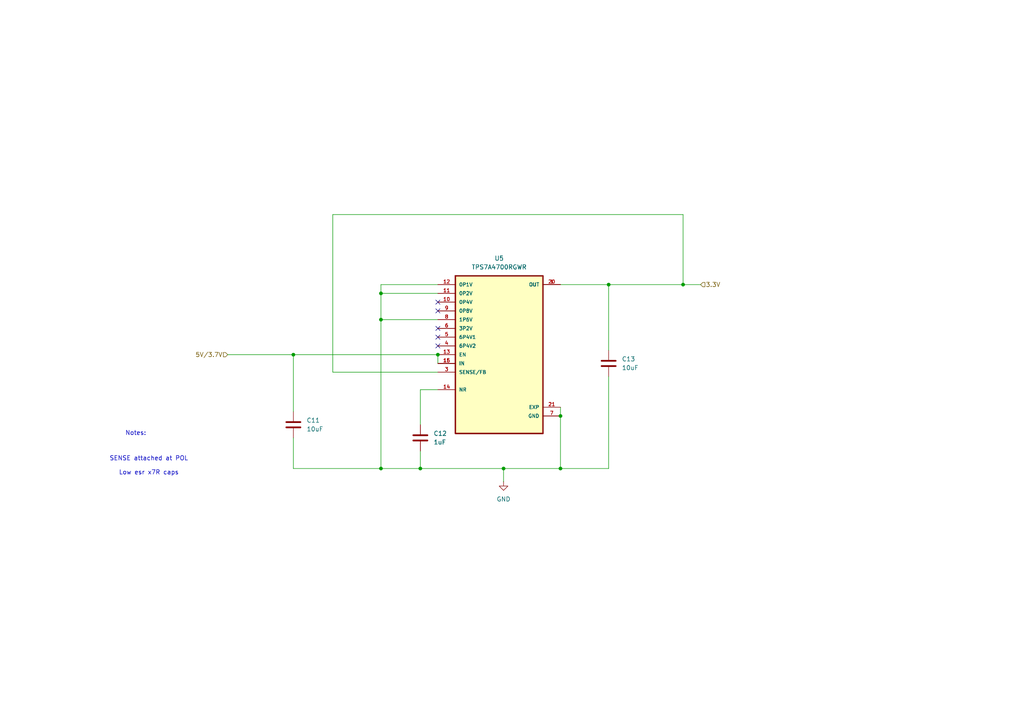
<source format=kicad_sch>
(kicad_sch (version 20250114) (generator "eeschema") (generator_version "9.0")
  (paper "A4")
  (title_block (title "5V/3.7V -> 3.3V Linear Regulator ") (date "2025-07-29") (company "California Strawberry Commission"))
  (lib_symbols
    (symbol "Device:C" (pin_numbers (hide yes)) (pin_names (offset 0.254))
      (property "Reference" "C" (at 0.635 2.54 0))
      (property "Value" "C" (at 0.635 -2.54 0))
      (symbol "C_0_1"
        (polyline (pts (xy -2.032 0.762) (xy 2.032 0.762)) (stroke (width 0.508)))
        (polyline (pts (xy -2.032 -0.762) (xy 2.032 -0.762)) (stroke (width 0.508)))
      )
      (symbol "C_1_1"
        (pin passive line (at 0 3.81 270) (length 2.794) (name "~") (number "1"))
        (pin passive line (at 0 -3.81 90) (length 2.794) (name "~") (number "2"))
      )
    )
    (symbol "LDO:TPS7A4700RGWR" (pin_names (offset 1.016))
      (property "Reference" "U" (at -12.7 23.86 0))
      (property "Value" "TPS7A4700RGWR" (at -12.7 -26.86 0))
      (symbol "TPS7A4700RGWR_0_0"
        (rectangle (start -12.7 -22.86) (end 12.7 22.86) (stroke (width 0.41)) (fill (type background)))
        (pin input line (at -17.78 20.32 0) (length 5.08) (name "0P1V") (number "12"))
        (pin input line (at -17.78 17.78 0) (length 5.08) (name "0P2V") (number "11"))
        (pin input line (at -17.78 15.24 0) (length 5.08) (name "0P4V") (number "10"))
        (pin input line (at -17.78 12.7 0) (length 5.08) (name "0P8V") (number "9"))
        (pin input line (at -17.78 10.16 0) (length 5.08) (name "1P6V") (number "8"))
        (pin input line (at -17.78 7.62 0) (length 5.08) (name "3P2V") (number "6"))
        (pin input line (at -17.78 5.08 0) (length 5.08) (name "6P4V1") (number "5"))
        (pin input line (at -17.78 2.54 0) (length 5.08) (name "6P4V2") (number "4"))
        (pin input line (at -17.78 0 0) (length 5.08) (name "EN") (number "13"))
        (pin input line (at -17.78 -2.54 0) (length 5.08) (name "IN") (number "15"))
        (pin input line (at -17.78 -2.54 0) (length 5.08) (name "IN") (number "16"))
        (pin input line (at -17.78 -5.08 0) (length 5.08) (name "SENSE/FB") (number "3"))
        (pin bidirectional line (at -17.78 -10.16 0) (length 5.08) (name "NR") (number "14"))
        (pin output line (at 17.78 20.32 180) (length 5.08) (name "OUT") (number "1"))
        (pin output line (at 17.78 20.32 180) (length 5.08) (name "OUT") (number "20"))
        (pin power_in line (at 17.78 -15.24 180) (length 5.08) (name "EXP") (number "21"))
        (pin power_in line (at 17.78 -17.78 180) (length 5.08) (name "GND") (number "7"))
      )
    )
    (symbol "power:GND" (power) (pin_numbers (hide yes)) (pin_names (offset 0) (hide yes))
      (property "Value" "GND" (at 0 -3.81 0))
      (symbol "GND_0_1"
        (polyline (pts (xy 0 0) (xy 0 -1.27) (xy 1.27 -1.27) (xy 0 -2.54) (xy -1.27 -1.27) (xy 0 -1.27)))
      )
      (symbol "GND_1_1"
        (pin power_in line (at 0 0 270) (length 0) (name "~") (number "1"))
      )
    )
  )
  (text "Notes:" (at 39.37 125.73 0) (effects (font (size 1.27 1.27))))
  (text "SENSE attached at POL\n\nLow esr x7R caps\n" (at 43.18 135.128 0) (effects (font (size 1.27 1.27))))
  (junction (at 198.12 82.55))
  (junction (at 110.49 92.71))
  (junction (at 121.92 135.89))
  (junction (at 85.09 102.87))
  (junction (at 110.49 135.89))
  (junction (at 162.56 120.65))
  (junction (at 127 102.87))
  (junction (at 162.56 135.89))
  (junction (at 110.49 85.09))
  (junction (at 146.05 135.89))
  (junction (at 176.53 82.55))
  (no_connect (at 127 95.25))
  (no_connect (at 127 87.63))
  (no_connect (at 127 97.79))
  (no_connect (at 127 100.33))
  (no_connect (at 127 90.17))
  (wire (pts (xy 85.09 135.89) (xy 110.49 135.89)))
  (wire (pts (xy 110.49 82.55) (xy 110.49 85.09)))
  (wire (pts (xy 121.92 135.89) (xy 146.05 135.89)))
  (wire (pts (xy 110.49 92.71) (xy 110.49 135.89)))
  (wire (pts (xy 85.09 102.87) (xy 85.09 119.38)))
  (wire (pts (xy 176.53 135.89) (xy 162.56 135.89)))
  (wire (pts (xy 96.52 62.23) (xy 198.12 62.23)))
  (wire (pts (xy 176.53 82.55) (xy 198.12 82.55)))
  (wire (pts (xy 127 102.87) (xy 85.09 102.87)))
  (wire (pts (xy 127 102.87) (xy 127 105.41)))
  (wire (pts (xy 110.49 85.09) (xy 127 85.09)))
  (wire (pts (xy 198.12 82.55) (xy 203.2 82.55)))
  (wire (pts (xy 198.12 62.23) (xy 198.12 82.55)))
  (wire (pts (xy 162.56 120.65) (xy 162.56 135.89)))
  (wire (pts (xy 85.09 127) (xy 85.09 135.89)))
  (wire (pts (xy 162.56 118.11) (xy 162.56 120.65)))
  (wire (pts (xy 85.09 102.87) (xy 66.04 102.87)))
  (wire (pts (xy 176.53 82.55) (xy 176.53 101.6)))
  (wire (pts (xy 127 113.03) (xy 121.92 113.03)))
  (wire (pts (xy 176.53 109.22) (xy 176.53 135.89)))
  (wire (pts (xy 110.49 85.09) (xy 110.49 92.71)))
  (wire (pts (xy 162.56 82.55) (xy 176.53 82.55)))
  (wire (pts (xy 146.05 135.89) (xy 146.05 139.7)))
  (wire (pts (xy 110.49 92.71) (xy 127 92.71)))
  (wire (pts (xy 146.05 135.89) (xy 162.56 135.89)))
  (wire (pts (xy 96.52 107.95) (xy 96.52 62.23)))
  (wire (pts (xy 121.92 130.81) (xy 121.92 135.89)))
  (wire (pts (xy 127 107.95) (xy 96.52 107.95)))
  (wire (pts (xy 121.92 113.03) (xy 121.92 123.19)))
  (wire (pts (xy 110.49 135.89) (xy 121.92 135.89)))
  (wire (pts (xy 127 82.55) (xy 110.49 82.55)))
  (hierarchical_label "5V{slash}3.7V" (shape input) (at 66.04 102.87 180))
  (hierarchical_label "3.3V" (shape input) (at 203.2 82.55 0))
  (symbol (lib_id "Device:C") (at 121.92 127 0) (unit 1)
    (property "Reference" "C12" (at 125.73 125.7299 0) (effects (justify left)))
    (property "Value" "1uF" (at 125.73 128.2699 0) (effects (justify left)))
    (property "Description" "Unpolarized capacitor" (effects (hide yes)))
  )
  (symbol (lib_id "Device:C") (at 176.53 105.41 0) (unit 1)
    (property "Reference" "C13" (at 180.34 104.1399 0) (effects (justify left)))
    (property "Value" "10uF" (at 180.34 106.6799 0) (effects (justify left)))
    (property "Description" "Unpolarized capacitor" (effects (hide yes)))
  )
  (symbol (lib_id "power:GND") (at 146.05 139.7 0) (unit 1)
    (property "Reference" "#PWR019" (effects (hide yes)))
    (property "Value" "GND" (at 146.05 144.78 0))
    (property "Description" "Power symbol creates a global label with name \"GND\" , ground" (effects (hide yes)))
  )
  (symbol (lib_id "Device:C") (at 85.09 123.19 0) (unit 1)
    (property "Reference" "C11" (at 88.9 121.9199 0) (effects (justify left)))
    (property "Value" "10uF" (at 88.9 124.4599 0) (effects (justify left)))
    (property "Description" "Unpolarized capacitor" (effects (hide yes)))
  )
  (symbol (lib_id "LDO:TPS7A4700RGWR") (at 144.78 102.87 0) (unit 1)
    (property "Reference" "U5" (at 144.78 74.93 0))
    (property "Value" "TPS7A4700RGWR" (at 144.78 77.47 0))
    (property "Footprint" "footprints:QFN65P500X500X100-21N" (effects (hide yes)))
    (property "MF" "Texas Instruments" (effects (hide yes)))
    (property "Description_1" "1-A, 36-V, low-noise, high-PSRR, low-dropout voltage regulator with enable" (effects (hide yes)))
    (property "Package" "VQFN-20 Texas Instruments" (effects (hide yes)))
    (property "Price" "None" (effects (hide yes)))
    (property "SnapEDA_Link" "https://www.snapeda.com/parts/TPS7A4700RGWR/Texas+Instruments/view-part/?ref=snap" (effects (hide yes)))
    (property "MP" "TPS7A4700RGWR" (effects (hide yes)))
    (property "Availability" "In Stock" (effects (hide yes)))
    (property "Check_prices" "https://www.snapeda.com/parts/TPS7A4700RGWR/Texas+Instruments/view-part/?ref=eda" (effects (hide yes)))
  )
)
</source>
